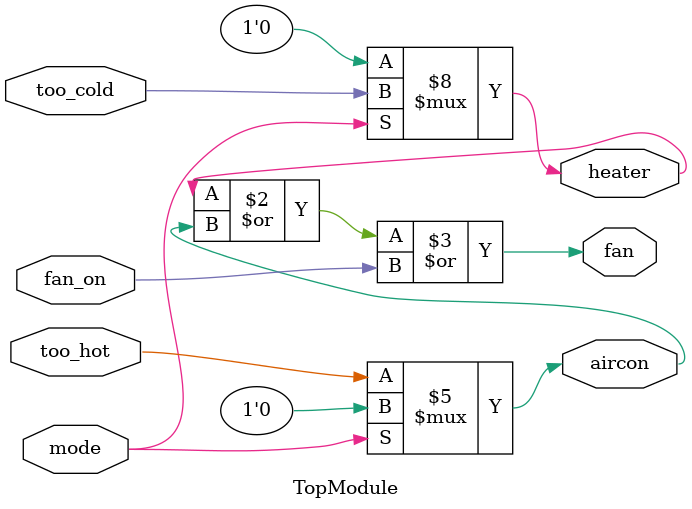
<source format=sv>
module TopModule(
    input logic mode,        // 1-bit, 0 for cooling mode, 1 for heating mode
    input logic too_cold,    // 1-bit, active high when temperature is too low
    input logic too_hot,     // 1-bit, active high when temperature is too high
    input logic fan_on,      // 1-bit, user request to turn the fan on
    output logic heater,     // 1-bit, active high to turn on heater
    output logic aircon,     // 1-bit, active high to turn on air conditioner
    output logic fan         // 1-bit, active high to turn on fan
);

    always @(*) begin
        // Default outputs
        heater = 1'b0;
        aircon = 1'b0;
        fan = 1'b0;

        // Mode selection logic
        if (mode) begin
            // Heating mode
            heater = too_cold;
            aircon = 1'b0;
        end else begin
            // Cooling mode
            aircon = too_hot;
            heater = 1'b0;
        end

        // Fan control logic
        fan = heater | aircon | fan_on;
    end

endmodule
</source>
